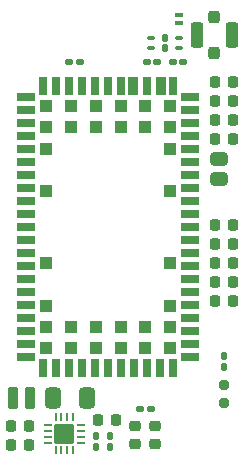
<source format=gbr>
%TF.GenerationSoftware,KiCad,Pcbnew,8.0.8+1*%
%TF.CreationDate,2025-01-21T14:00:07-05:00*%
%TF.ProjectId,cellularBoard,63656c6c-756c-4617-9242-6f6172642e6b,rev?*%
%TF.SameCoordinates,Original*%
%TF.FileFunction,Paste,Top*%
%TF.FilePolarity,Positive*%
%FSLAX46Y46*%
G04 Gerber Fmt 4.6, Leading zero omitted, Abs format (unit mm)*
G04 Created by KiCad (PCBNEW 8.0.8+1) date 2025-01-21 14:00:07*
%MOMM*%
%LPD*%
G01*
G04 APERTURE LIST*
G04 Aperture macros list*
%AMRoundRect*
0 Rectangle with rounded corners*
0 $1 Rounding radius*
0 $2 $3 $4 $5 $6 $7 $8 $9 X,Y pos of 4 corners*
0 Add a 4 corners polygon primitive as box body*
4,1,4,$2,$3,$4,$5,$6,$7,$8,$9,$2,$3,0*
0 Add four circle primitives for the rounded corners*
1,1,$1+$1,$2,$3*
1,1,$1+$1,$4,$5*
1,1,$1+$1,$6,$7*
1,1,$1+$1,$8,$9*
0 Add four rect primitives between the rounded corners*
20,1,$1+$1,$2,$3,$4,$5,0*
20,1,$1+$1,$4,$5,$6,$7,0*
20,1,$1+$1,$6,$7,$8,$9,0*
20,1,$1+$1,$8,$9,$2,$3,0*%
G04 Aperture macros list end*
%ADD10RoundRect,0.093750X0.231250X-0.093750X0.231250X0.093750X-0.231250X0.093750X-0.231250X-0.093750X0*%
%ADD11RoundRect,0.212500X-0.212500X-0.737500X0.212500X-0.737500X0.212500X0.737500X-0.212500X0.737500X0*%
%ADD12RoundRect,0.200000X0.200000X-0.200000X0.200000X0.200000X-0.200000X0.200000X-0.200000X-0.200000X0*%
%ADD13RoundRect,0.217750X-0.217750X-0.267250X0.217750X-0.267250X0.217750X0.267250X-0.217750X0.267250X0*%
%ADD14RoundRect,0.217750X0.267250X-0.217750X0.267250X0.217750X-0.267250X0.217750X-0.267250X-0.217750X0*%
%ADD15RoundRect,0.145000X-0.155000X-0.145000X0.155000X-0.145000X0.155000X0.145000X-0.155000X0.145000X0*%
%ADD16RoundRect,0.145000X-0.145000X0.167500X-0.145000X-0.167500X0.145000X-0.167500X0.145000X0.167500X0*%
%ADD17RoundRect,0.145000X-0.167500X-0.145000X0.167500X-0.145000X0.167500X0.145000X-0.167500X0.145000X0*%
%ADD18RoundRect,0.145000X0.145000X-0.155000X0.145000X0.155000X-0.145000X0.155000X-0.145000X-0.155000X0*%
%ADD19RoundRect,0.278750X-0.453750X0.278750X-0.453750X-0.278750X0.453750X-0.278750X0.453750X0.278750X0*%
%ADD20RoundRect,0.050000X-0.250000X-0.070000X0.250000X-0.070000X0.250000X0.070000X-0.250000X0.070000X0*%
%ADD21RoundRect,0.050000X0.070000X-0.250000X0.070000X0.250000X-0.070000X0.250000X-0.070000X-0.250000X0*%
%ADD22RoundRect,0.050000X0.250000X0.070000X-0.250000X0.070000X-0.250000X-0.070000X0.250000X-0.070000X0*%
%ADD23RoundRect,0.050000X-0.070000X0.250000X-0.070000X-0.250000X0.070000X-0.250000X0.070000X0.250000X0*%
%ADD24RoundRect,0.050000X-0.780000X-0.780000X0.780000X-0.780000X0.780000X0.780000X-0.780000X0.780000X0*%
%ADD25RoundRect,0.145000X0.155000X0.145000X-0.155000X0.145000X-0.155000X-0.145000X0.155000X-0.145000X0*%
%ADD26RoundRect,0.145000X-0.145000X0.155000X-0.145000X-0.155000X0.145000X-0.155000X0.145000X0.155000X0*%
%ADD27RoundRect,0.335000X0.335000X0.565000X-0.335000X0.565000X-0.335000X-0.565000X0.335000X-0.565000X0*%
%ADD28R,1.501140X0.800100*%
%ADD29R,0.800100X1.501140*%
%ADD30R,0.899160X1.501140*%
%ADD31R,1.099820X1.099820*%
%ADD32RoundRect,0.250000X0.250000X0.275000X-0.250000X0.275000X-0.250000X-0.275000X0.250000X-0.275000X0*%
%ADD33RoundRect,0.262500X0.262500X0.837500X-0.262500X0.837500X-0.262500X-0.837500X0.262500X-0.837500X0*%
%ADD34RoundRect,0.100000X-0.250000X0.100000X-0.250000X-0.100000X0.250000X-0.100000X0.250000X0.100000X0*%
G04 APERTURE END LIST*
D10*
%TO.C,L3*%
X145500000Y-81625000D03*
X145500000Y-80800000D03*
%TD*%
D11*
%TO.C,L1*%
X131425000Y-111250000D03*
X132875000Y-111250000D03*
%TD*%
D12*
%TO.C,D2*%
X149300000Y-110150000D03*
X149300000Y-111650000D03*
%TD*%
D13*
%TO.C,C7*%
X148550000Y-84500000D03*
X150050000Y-84500000D03*
%TD*%
%TO.C,C6*%
X148550000Y-86100000D03*
X150050000Y-86100000D03*
%TD*%
%TO.C,C14*%
X148550000Y-101450000D03*
X150050000Y-101450000D03*
%TD*%
D10*
%TO.C,L2*%
X143100000Y-81612500D03*
X143100000Y-80787500D03*
%TD*%
D14*
%TO.C,C11*%
X143475000Y-115150000D03*
X143475000Y-113650000D03*
%TD*%
D13*
%TO.C,C9*%
X138650000Y-113150000D03*
X140150000Y-113150000D03*
%TD*%
D15*
%TO.C,R8*%
X136200000Y-82800000D03*
X137130000Y-82800000D03*
%TD*%
D16*
%TO.C,C19*%
X144300000Y-80763000D03*
X144300000Y-81637000D03*
%TD*%
D13*
%TO.C,C1*%
X131275000Y-115250000D03*
X132775000Y-115250000D03*
%TD*%
D14*
%TO.C,C10*%
X141775000Y-115150000D03*
X141775000Y-113650000D03*
%TD*%
D17*
%TO.C,C12*%
X142800000Y-82800000D03*
X143674000Y-82800000D03*
%TD*%
D13*
%TO.C,C4*%
X148550000Y-89300000D03*
X150050000Y-89300000D03*
%TD*%
%TO.C,C5*%
X148550000Y-87700000D03*
X150050000Y-87700000D03*
%TD*%
D18*
%TO.C,R5*%
X139650000Y-115415000D03*
X139650000Y-114485000D03*
%TD*%
D13*
%TO.C,C17*%
X148550000Y-96650000D03*
X150050000Y-96650000D03*
%TD*%
D19*
%TO.C,C3*%
X148850000Y-91000000D03*
X148850000Y-92700000D03*
%TD*%
D20*
%TO.C,U1*%
X134400000Y-113550000D03*
X134400000Y-114050000D03*
X134400000Y-114550000D03*
X134400000Y-115050000D03*
D21*
X135050000Y-115700000D03*
X135550000Y-115700000D03*
X136050000Y-115700000D03*
X136550000Y-115700000D03*
D22*
X137200000Y-115050000D03*
X137200000Y-114550000D03*
X137200000Y-114050000D03*
X137200000Y-113550000D03*
D23*
X136550000Y-112900000D03*
X136050000Y-112900000D03*
X135550000Y-112900000D03*
X135050000Y-112900000D03*
D24*
X135800000Y-114300000D03*
%TD*%
D25*
%TO.C,R7*%
X143090000Y-112200000D03*
X142160000Y-112200000D03*
%TD*%
D26*
%TO.C,R1*%
X138450000Y-114500000D03*
X138450000Y-115430000D03*
%TD*%
D27*
%TO.C,D1*%
X134870000Y-111250000D03*
X137730000Y-111250000D03*
%TD*%
D13*
%TO.C,C16*%
X148550000Y-99850000D03*
X150050000Y-99850000D03*
%TD*%
D26*
%TO.C,R2*%
X149300000Y-107700000D03*
X149300000Y-108630000D03*
%TD*%
D13*
%TO.C,C15*%
X148550000Y-103050000D03*
X150050000Y-103050000D03*
%TD*%
%TO.C,C2*%
X131275000Y-113600000D03*
X132775000Y-113600000D03*
%TD*%
D28*
%TO.C,U2*%
X132549290Y-85801800D03*
X132549290Y-86901620D03*
X132549290Y-88001440D03*
X132549290Y-89101260D03*
X132549290Y-90201080D03*
X132549290Y-91300900D03*
X132549290Y-92400720D03*
X132549290Y-93500540D03*
X132549290Y-94600360D03*
X132549290Y-95700180D03*
X132549290Y-96800000D03*
X132549290Y-97899820D03*
X132549290Y-98999640D03*
X132549290Y-100099460D03*
X132549290Y-101199280D03*
X132549290Y-102299100D03*
X132549290Y-103398920D03*
X132549290Y-104498740D03*
X132549290Y-105598560D03*
X132549290Y-106698380D03*
X132549290Y-107798200D03*
D29*
X134000900Y-108750700D03*
X135100720Y-108750700D03*
X136200540Y-108750700D03*
X137300360Y-108750700D03*
X138400180Y-108750700D03*
X139500000Y-108750700D03*
X140599820Y-108750700D03*
X141699640Y-108750700D03*
X142799460Y-108750700D03*
X143899280Y-108750700D03*
X144999100Y-108750700D03*
D28*
X146450710Y-107798200D03*
X146450710Y-106698380D03*
X146450710Y-105598560D03*
X146450710Y-104498740D03*
X146450710Y-103398920D03*
X146450710Y-102299100D03*
X146450710Y-101199280D03*
X146450710Y-100099460D03*
X146450710Y-98999640D03*
X146450710Y-97899820D03*
X146450710Y-96800000D03*
X146450710Y-95700180D03*
X146450710Y-94600360D03*
X146450710Y-93500540D03*
X146450710Y-92400720D03*
X146450710Y-91300900D03*
X146450710Y-90201080D03*
X146450710Y-89101260D03*
X146450710Y-88001440D03*
X146450710Y-86901620D03*
X146450710Y-85801800D03*
D29*
X144999100Y-84849300D03*
D30*
X143950080Y-84849300D03*
D29*
X142799460Y-84849300D03*
D30*
X141648840Y-84849300D03*
D29*
X140599820Y-84849300D03*
X139500000Y-84849300D03*
X138400180Y-84849300D03*
X137300360Y-84849300D03*
X136200540Y-84849300D03*
X135100720Y-84849300D03*
X134000900Y-84849300D03*
D31*
X134248550Y-86551100D03*
X136349130Y-86551100D03*
X138449710Y-86551100D03*
X140550290Y-86551100D03*
X142650870Y-86551100D03*
X144751450Y-86551100D03*
X134248550Y-88351960D03*
X136349130Y-88351960D03*
X138449710Y-88351960D03*
X140550290Y-88351960D03*
X142650870Y-88351960D03*
X144751450Y-88351960D03*
X134248550Y-90152820D03*
X144751450Y-90152820D03*
X134248550Y-93752000D03*
X144751450Y-93752000D03*
X134248550Y-99848000D03*
X144751450Y-99848000D03*
X134248550Y-103447180D03*
X144751450Y-103447180D03*
X134248550Y-105248040D03*
X136349130Y-105248040D03*
X138449710Y-105248040D03*
X140550290Y-105248040D03*
X142650870Y-105248040D03*
X144751450Y-105248040D03*
X134248550Y-107048900D03*
X136349130Y-107048900D03*
X138449710Y-107048900D03*
X140550290Y-107048900D03*
X142650870Y-107048900D03*
X144751450Y-107048900D03*
%TD*%
D32*
%TO.C,AE1*%
X148500000Y-82025000D03*
D33*
X149975000Y-80500000D03*
D32*
X148500000Y-78975000D03*
D33*
X147025000Y-80500000D03*
%TD*%
D34*
%TO.C,D7*%
X145500000Y-78850000D03*
X145500000Y-79550000D03*
%TD*%
D13*
%TO.C,C18*%
X148550000Y-98250000D03*
X150050000Y-98250000D03*
%TD*%
D17*
%TO.C,C13*%
X144963000Y-82800000D03*
X145837000Y-82800000D03*
%TD*%
M02*

</source>
